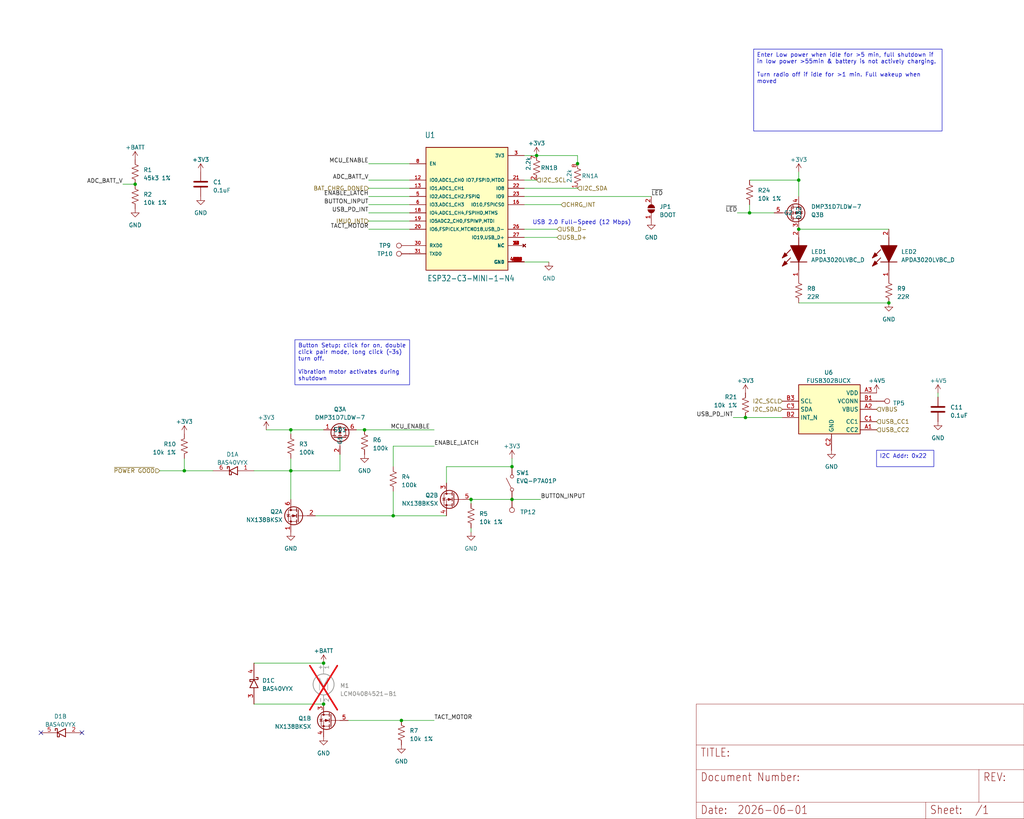
<source format=kicad_sch>
(kicad_sch (version 20231120) (generator "eeschema") (generator_version "8.0")
  (paper "User" 317.5 254.051)
  (lib_symbols
    (symbol "+3V3_1" (power) (pin_names (offset 0))
      (property "Value" "+3V3_1" (at -2.54 3.81 0))
      (symbol "+3V3_1_1_1"
        (pin power_in line (at 0 0 90) (length 0) hide (name "+4V4") (number "1"))
      )
    )
    (symbol "Connector:TestPoint" (pin_numbers hide) (pin_names (offset 0.762) hide)
      (property "Reference" "TP" (at 0 6.858 0))
      (property "Value" "TestPoint" (at 0 5.08 0))
      (symbol "TestPoint_1_1"
        (pin passive line (at 0 0 90) (length 2.54) (name "1") (number "1"))
      )
    )
    (symbol "Device:C" (pin_numbers hide) (pin_names (offset 0.254))
      (property "Reference" "C" (at 0.635 2.54 0))
      (property "Value" "C" (at 0.635 -2.54 0))
      (symbol "C_1_1"
        (pin passive line (at 0 3.81 270) (length 2.794) (name "~") (number "1"))
        (pin passive line (at 0 -3.81 90) (length 2.794) (name "~") (number "2"))
      )
    )
    (symbol "Device:R_US" (pin_numbers hide) (pin_names (offset 0))
      (property "Reference" "R" (at 2.54 0 90))
      (property "Value" "R_US" (at -2.54 0 90))
      (symbol "R_US_1_1"
        (pin passive line (at 0 3.81 270) (length 1.27) (name "~") (number "1"))
        (pin passive line (at 0 -3.81 90) (length 1.27) (name "~") (number "2"))
      )
    )
    (symbol "Eros Tracker-eagle-import:FRAME_A_L"
      (symbol "FRAME_A_L_1_0"
        (text "1" (at 23.2833 213.995 0) (effects (font (size 2.54 2.286))))
        (text "2" (at 69.85 213.995 0) (effects (font (size 2.54 2.286))))
        (text "3" (at 116.4167 213.995 0) (effects (font (size 2.54 2.286))))
        (text "4" (at 162.9833 213.995 0) (effects (font (size 2.54 2.286))))
        (text "5" (at 209.55 213.995 0) (effects (font (size 2.54 2.286))))
        (text "6" (at 256.1167 213.995 0) (effects (font (size 2.54 2.286))))
        (text "A" (at 1.905 194.31 0) (effects (font (size 2.54 2.286))))
        (text "A" (at 277.495 194.31 0) (effects (font (size 2.54 2.286))))
        (text "B" (at 1.905 151.13 0) (effects (font (size 2.54 2.286))))
        (text "B" (at 277.495 151.13 0) (effects (font (size 2.54 2.286))))
        (text "C" (at 1.905 107.95 0) (effects (font (size 2.54 2.286))))
        (text "C" (at 277.495 107.95 0) (effects (font (size 2.54 2.286))))
        (text "D" (at 1.905 64.77 0) (effects (font (size 2.54 2.286))))
        (text "D" (at 277.495 64.77 0) (effects (font (size 2.54 2.286))))
        (text "E" (at 1.905 21.59 0) (effects (font (size 2.54 2.286))))
        (text "E" (at 277.495 21.59 0) (effects (font (size 2.54 2.286))))
      )
      (symbol "FRAME_A_L_2_0"
        (text "${#}/${##}" (at 86.36 1.27 0) (effects (font (size 2.54 2.159)) (justify left bottom)))
        (text "${CURRENT_DATE}" (at 12.7 1.27 0) (effects (font (size 2.54 2.159)) (justify left bottom)))
        (text "${PROJECTNAME}" (at 17.78 19.05 0) (effects (font (size 2.54 2.159)) (justify left bottom)))
        (text "Date:" (at 1.27 1.27 0) (effects (font (size 2.54 2.159)) (justify left bottom)))
        (text "Document Number:" (at 1.27 11.43 0) (effects (font (size 2.54 2.159)) (justify left bottom)))
        (text "REV:" (at 88.9 11.43 0) (effects (font (size 2.54 2.159)) (justify left bottom)))
        (text "Sheet:" (at 72.39 1.27 0) (effects (font (size 2.54 2.159)) (justify left bottom)))
        (text "TITLE:" (at 1.27 19.05 0) (effects (font (size 2.54 2.159)) (justify left bottom)))
      )
    )
    (symbol "Eros Tracker:APDA3020LVBC_D" (pin_names hide)
      (property "Reference" "LED" (at 12.7 8.89 0))
      (property "Value" "APDA3020LVBC_D" (at 12.7 6.35 0))
      (symbol "APDA3020LVBC_D_1_1"
        (pin passive line (at 0 0 0) (length 2.54) (name "K") (number "1"))
        (pin passive line (at 15.24 0 180) (length 2.54) (name "A") (number "2"))
      )
    )
    (symbol "Eros Tracker:BAS40VYX" (pin_names hide)
      (property "Reference" "D" (at 4.445 6.35 0))
      (property "Value" "BAS40VYX" (at 4.445 3.81 0))
      (symbol "BAS40VYX_1_1"
        (pin passive line (at 0 0 0) (length 5.08) (name "A1") (number "1"))
        (pin passive line (at 12.7 0 180) (length 5.08) (name "K1") (number "6"))
      )
      (symbol "BAS40VYX_2_1"
        (pin passive line (at 0 0 0) (length 5.08) (name "A2") (number "2"))
        (pin passive line (at 12.7 0 180) (length 5.08) (name "K2") (number "5"))
      )
      (symbol "BAS40VYX_3_1"
        (pin passive line (at 0 0 0) (length 5.08) (name "A3") (number "3"))
        (pin passive line (at 12.7 0 180) (length 5.08) (name "K3") (number "4"))
      )
    )
    (symbol "Eros Tracker:CAY10-xxxJ4"
      (property "Reference" "RN" (at 2.921 2.921 0))
      (symbol "CAY10-xxxJ4_1_1"
        (pin passive line (at 0 0 0) (length 1.27) (name "~") (number "1"))
        (pin passive line (at 7.65 0 180) (length 1.27) (name "~") (number "8"))
      )
      (symbol "CAY10-xxxJ4_2_1"
        (pin passive line (at 0 0 0) (length 1.27) (name "~") (number "2"))
        (pin passive line (at 7.65 0 180) (length 1.27) (name "~") (number "7"))
      )
      (symbol "CAY10-xxxJ4_3_1"
        (pin passive line (at 0 0 0) (length 1.27) (name "~") (number "3"))
        (pin passive line (at 7.65 0 180) (length 1.27) (name "~") (number "6"))
      )
      (symbol "CAY10-xxxJ4_4_1"
        (pin passive line (at 0 0 0) (length 1.27) (name "~") (number "4"))
        (pin passive line (at 7.65 0 180) (length 1.27) (name "~") (number "5"))
      )
    )
    (symbol "Eros Tracker:DMP31D7LDW-7"
      (property "Reference" "Q" (at 2.54 7.62 0))
      (property "Value" "DMP31D7LDW-7" (at 2.54 5.08 0))
      (symbol "DMP31D7LDW-7_1_1"
        (pin passive line (at 0 -5.08 90) (length 2.54) (name "S1") (number "1"))
        (pin passive line (at -7.62 0 0) (length 2.54) (name "G1") (number "2"))
        (pin passive line (at 0 5.08 270) (length 2.54) (name "D1") (number "6"))
      )
      (symbol "DMP31D7LDW-7_2_1"
        (pin passive line (at 0 5.08 270) (length 2.54) (name "D2") (number "3"))
        (pin passive line (at 0 -5.08 90) (length 2.54) (name "S2") (number "4"))
        (pin passive line (at -7.62 0 0) (length 2.54) (name "G2") (number "5"))
      )
    )
    (symbol "Eros Tracker:ESP32-C3-MINI-1-N4" (pin_names (offset 1.016))
      (property "Reference" "U" (at -12.7 18.796 0))
      (property "Value" "ESP32-C3-MINI-1-N4" (at -12.7 -22.86 0))
      (symbol "ESP32-C3-MINI-1-N4_0_0"
        (pin power_in line (at 17.78 -17.78 180) (length 5.08) (name "GND") (number "1"))
        (pin no_connect line (at 17.78 -12.7 180) (length 5.08) (name "NC") (number "10"))
        (pin power_in line (at 17.78 -17.78 180) (length 5.08) (name "GND") (number "11"))
        (pin bidirectional line (at -17.78 7.62 0) (length 5.08) (name "IO0,ADC1_CH0") (number "12"))
        (pin bidirectional line (at -17.78 5.08 0) (length 5.08) (name "IO1,ADC1_CH1") (number "13"))
        (pin power_in line (at 17.78 -17.78 180) (length 5.08) (name "GND") (number "14"))
        (pin no_connect line (at 17.78 -12.7 180) (length 5.08) (name "NC") (number "15"))
        (pin bidirectional line (at 17.78 0 180) (length 5.08) (name "IO10,FSPICS0") (number "16"))
        (pin no_connect line (at 17.78 -12.7 180) (length 5.08) (name "NC") (number "17"))
        (pin bidirectional line (at -17.78 -2.54 0) (length 5.08) (name "IO4,ADC1_CH4,FSPIHD,MTMS") (number "18"))
        (pin bidirectional line (at -17.78 -5.08 0) (length 5.08) (name "IO5ADC2_CH0,FSPIWP,MTDI") (number "19"))
        (pin power_in line (at 17.78 -17.78 180) (length 5.08) (name "GND") (number "2"))
        (pin bidirectional line (at -17.78 -7.62 0) (length 5.08) (name "IO6,FSPICLK,MTCK") (number "20"))
        (pin bidirectional line (at 17.78 7.62 180) (length 5.08) (name "IO7,FSPID,MTDO") (number "21"))
        (pin bidirectional line (at 17.78 5.08 180) (length 5.08) (name "IO8") (number "22"))
        (pin bidirectional line (at 17.78 2.54 180) (length 5.08) (name "IO9") (number "23"))
        (pin no_connect line (at 17.78 -12.7 180) (length 5.08) (name "NC") (number "24"))
        (pin no_connect line (at 17.78 -12.7 180) (length 5.08) (name "NC") (number "25"))
        (pin bidirectional line (at 17.78 -7.62 180) (length 5.08) (name "IO18,USB_D-") (number "26"))
        (pin bidirectional line (at 17.78 -10.16 180) (length 5.08) (name "IO19,USB_D+") (number "27"))
        (pin no_connect line (at 17.78 -12.7 180) (length 5.08) (name "NC") (number "28"))
        (pin no_connect line (at 17.78 -12.7 180) (length 5.08) (name "NC") (number "29"))
        (pin power_in line (at 17.78 15.24 180) (length 5.08) (name "3V3") (number "3"))
        (pin bidirectional line (at -17.78 -12.7 0) (length 5.08) (name "RXD0") (number "30"))
        (pin bidirectional line (at -17.78 -15.24 0) (length 5.08) (name "TXD0") (number "31"))
        (pin no_connect line (at 17.78 -12.7 180) (length 5.08) (name "NC") (number "32"))
        (pin no_connect line (at 17.78 -12.7 180) (length 5.08) (name "NC") (number "33"))
        (pin no_connect line (at 17.78 -12.7 180) (length 5.08) (name "NC") (number "34"))
        (pin no_connect line (at 17.78 -12.7 180) (length 5.08) (name "NC") (number "35"))
        (pin power_in line (at 17.78 -17.78 180) (length 5.08) (name "GND") (number "36"))
        (pin power_in line (at 17.78 -17.78 180) (length 5.08) (name "GND") (number "37"))
        (pin power_in line (at 17.78 -17.78 180) (length 5.08) (name "GND") (number "38"))
        (pin power_in line (at 17.78 -17.78 180) (length 5.08) (name "GND") (number "39"))
        (pin no_connect line (at 17.78 -12.7 180) (length 5.08) (name "NC") (number "4"))
        (pin power_in line (at 17.78 -17.78 180) (length 5.08) (name "GND") (number "40"))
        (pin power_in line (at 17.78 -17.78 180) (length 5.08) (name "GND") (number "41"))
        (pin power_in line (at 17.78 -17.78 180) (length 5.08) (name "GND") (number "42"))
        (pin power_in line (at 17.78 -17.78 180) (length 5.08) (name "GND") (number "43"))
        (pin power_in line (at 17.78 -17.78 180) (length 5.08) (name "GND") (number "44"))
        (pin power_in line (at 17.78 -17.78 180) (length 5.08) (name "GND") (number "45"))
        (pin power_in line (at 17.78 -17.78 180) (length 5.08) (name "GND") (number "46"))
        (pin power_in line (at 17.78 -17.78 180) (length 5.08) (name "GND") (number "47"))
        (pin power_in line (at 17.78 -17.78 180) (length 5.08) (name "GND") (number "48"))
        (pin power_in line (at 17.78 -17.78 180) (length 5.08) (name "GND") (number "49_1"))
        (pin power_in line (at 17.78 -17.78 180) (length 5.08) (name "GND") (number "49_2"))
        (pin power_in line (at 17.78 -17.78 180) (length 5.08) (name "GND") (number "49_3"))
        (pin power_in line (at 17.78 -17.78 180) (length 5.08) (name "GND") (number "49_4"))
        (pin power_in line (at 17.78 -17.78 180) (length 5.08) (name "GND") (number "49_5"))
        (pin power_in line (at 17.78 -17.78 180) (length 5.08) (name "GND") (number "49_6"))
        (pin power_in line (at 17.78 -17.78 180) (length 5.08) (name "GND") (number "49_7"))
        (pin power_in line (at 17.78 -17.78 180) (length 5.08) (name "GND") (number "49_8"))
        (pin power_in line (at 17.78 -17.78 180) (length 5.08) (name "GND") (number "49_9"))
        (pin bidirectional line (at -17.78 2.54 0) (length 5.08) (name "IO2,ADC1_CH2,FSPIQ") (number "5"))
        (pin power_in line (at 17.78 -17.78 180) (length 5.08) (name "GND") (number "50"))
        (pin power_in line (at 17.78 -17.78 180) (length 5.08) (name "GND") (number "51"))
        (pin power_in line (at 17.78 -17.78 180) (length 5.08) (name "GND") (number "52"))
        (pin power_in line (at 17.78 -17.78 180) (length 5.08) (name "GND") (number "53"))
        (pin bidirectional line (at -17.78 0 0) (length 5.08) (name "IO3,ADC1_CH3") (number "6"))
        (pin no_connect line (at 17.78 -12.7 180) (length 5.08) (name "NC") (number "7"))
        (pin input line (at -17.78 12.7 0) (length 5.08) (name "EN") (number "8"))
        (pin no_connect line (at 17.78 -12.7 180) (length 5.08) (name "NC") (number "9"))
      )
    )
    (symbol "Eros Tracker:EVQ-P7A01P" (pin_numbers hide) (pin_names hide)
      (property "Reference" "SW" (at 2.54 7.62 0))
      (property "Value" "EVQ-P7A01P" (at 2.54 5.08 0))
      (symbol "EVQ-P7A01P_1_1"
        (pin passive line (at 0 0 0) (length 2.54) (name "NO_1") (number "1"))
        (pin passive line (at 0 0 0) (length 2.54) hide (name "NO_2") (number "2"))
        (pin passive line (at 10.16 0 180) (length 2.54) hide (name "COM_2") (number "3"))
        (pin passive line (at 10.16 0 180) (length 2.54) (name "COM_1") (number "4"))
      )
    )
    (symbol "Eros Tracker:FUSB302BUCX"
      (property "Reference" "U" (at 24.13 7.62 0))
      (property "Value" "FUSB302BUCX" (at 24.13 5.08 0))
      (symbol "FUSB302BUCX_1_1"
        (pin passive line (at 0 -11.43 0) (length 5.08) (name "CC2") (number "A1"))
        (pin passive line (at 0 -5.08 0) (length 5.08) (name "VBUS") (number "A2"))
        (pin passive line (at 0 0 0) (length 5.08) (name "VDD") (number "A3"))
        (pin passive line (at 0 -2.54 0) (length 5.08) (name "VCONN") (number "B1"))
        (pin passive line (at 29.21 -7.62 180) (length 5.08) (name "INT_N") (number "B2"))
        (pin passive line (at 29.21 -2.54 180) (length 5.08) (name "SCL") (number "B3"))
        (pin passive line (at 0 -8.89 0) (length 5.08) (name "CC1") (number "C1"))
        (pin passive line (at 13.97 -17.78 90) (length 5.08) (name "GND") (number "C2"))
        (pin passive line (at 29.21 -5.08 180) (length 5.08) (name "SDA") (number "C3"))
      )
    )
    (symbol "Eros Tracker:NX138BKSX" (pin_names hide)
      (property "Reference" "Q" (at 2.54 5.588 0))
      (property "Value" "NX138BKSX" (at 3.81 3.556 0))
      (symbol "NX138BKSX_1_1"
        (pin passive line (at 0 -5.08 90) (length 2.54) (name "S1") (number "1"))
        (pin input line (at -7.62 0 0) (length 2.54) (name "G1") (number "2"))
        (pin passive line (at 0 5.08 270) (length 2.54) (name "D1") (number "6"))
      )
      (symbol "NX138BKSX_2_1"
        (pin passive line (at 0 5.08 270) (length 2.54) (name "D2") (number "3"))
        (pin passive line (at 0 -5.08 90) (length 2.54) (name "S2") (number "4"))
        (pin input line (at -7.62 0 0) (length 2.54) (name "G2") (number "5"))
      )
    )
    (symbol "Jumper:SolderJumper_2_Open" (pin_names (offset 0) hide)
      (property "Reference" "JP" (at 0 2.032 0))
      (property "Value" "SolderJumper_2_Open" (at 0 -2.54 0))
      (symbol "SolderJumper_2_Open_1_1"
        (pin passive line (at -3.81 0 0) (length 2.54) (name "A") (number "1"))
        (pin passive line (at 3.81 0 180) (length 2.54) (name "B") (number "2"))
      )
    )
    (symbol "Motor:Motor_DC" (pin_names (offset 0))
      (property "Reference" "M" (at 2.54 2.54 0))
      (property "Value" "Motor_DC" (at 2.54 -5.08 0))
      (symbol "Motor_DC_1_1"
        (pin passive line (at 0 5.08 270) (length 2.54) (name "+") (number "1"))
        (pin passive line (at 0 -7.62 90) (length 2.54) (name "-") (number "2"))
      )
    )
    (symbol "power:+3V3" (power) (pin_names (offset 0))
      (property "Value" "+3V3" (at 0 3.556 0))
      (symbol "+3V3_1_1"
        (pin power_in line (at 0 0 90) (length 0) hide (name "+3V3") (number "1"))
      )
    )
    (symbol "power:+BATT" (power) (pin_names (offset 0))
      (property "Value" "+BATT" (at 0 3.556 0))
      (symbol "+BATT_1_1"
        (pin power_in line (at 0 0 90) (length 0) hide (name "+BATT") (number "1"))
      )
    )
    (symbol "power:GND" (power) (pin_names (offset 0))
      (property "Value" "GND" (at 0 -3.81 0))
      (symbol "GND_1_1"
        (pin power_in line (at 0 0 270) (length 0) hide (name "GND") (number "1"))
      )
    )
  )
  (junction (at 57.15 146.05))
  (junction (at 121.92 160.02))
  (junction (at 179.07 50.77))
  (junction (at 275.59 93.98))
  (junction (at 146.05 154.94))
  (junction (at 232.41 66.04))
  (junction (at 90.17 146.05))
  (junction (at 166.37 48.26))
  (junction (at 158.75 144.78))
  (junction (at 41.91 57.15))
  (junction (at 124.46 223.52))
  (junction (at 100.33 218.44))
  (junction (at 90.17 133.35))
  (junction (at 231.14 129.54))
  (junction (at 247.65 55.88))
  (junction (at 113.03 133.35))
  (junction (at 100.33 205.74))
  (junction (at 158.75 154.94))
  (junction (at 247.65 71.12))
  (no_connect (at 12.7 227.33))
  (no_connect (at 25.4 227.33))
  (wire (pts (xy 247.65 71.12) (xy 275.59 71.12)))
  (wire (pts (xy 114.3 63.5) (xy 127 63.5)))
  (wire (pts (xy 121.92 138.43) (xy 134.62 138.43)))
  (wire (pts (xy 232.41 66.04) (xy 240.03 66.04)))
  (wire (pts (xy 138.43 144.78) (xy 138.43 149.86)))
  (wire (pts (xy 170.18 81.28) (xy 162.56 81.28)))
  (wire (pts (xy 114.3 50.8) (xy 127 50.8)))
  (wire (pts (xy 162.56 71.12) (xy 172.72 71.12)))
  (wire (pts (xy 90.17 133.35) (xy 100.33 133.35)))
  (wire (pts (xy 90.17 134.62) (xy 90.17 133.35)))
  (wire (pts (xy 166.37 48.26) (xy 179.07 48.26)))
  (wire (pts (xy 232.41 55.88) (xy 247.65 55.88)))
  (wire (pts (xy 105.41 140.97) (xy 105.41 146.05)))
  (wire (pts (xy 247.65 55.88) (xy 247.65 60.96)))
  (wire (pts (xy 114.3 60.96) (xy 127 60.96)))
  (wire (pts (xy 57.15 146.05) (xy 66.04 146.05)))
  (wire (pts (xy 105.41 146.05) (xy 90.17 146.05)))
  (wire (pts (xy 162.56 60.96) (xy 201.93 60.96)))
  (wire (pts (xy 138.43 144.78) (xy 158.75 144.78)))
  (wire (pts (xy 114.3 66.04) (xy 127 66.04)))
  (wire (pts (xy 114.3 71.12) (xy 127 71.12)))
  (wire (pts (xy 134.62 223.52) (xy 124.46 223.52)))
  (wire (pts (xy 146.05 154.94) (xy 158.75 154.94)))
  (wire (pts (xy 146.05 163.83) (xy 146.05 165.1)))
  (wire (pts (xy 110.49 133.35) (xy 113.03 133.35)))
  (wire (pts (xy 231.14 129.54) (xy 242.57 129.54)))
  (wire (pts (xy 90.17 142.24) (xy 90.17 146.05)))
  (wire (pts (xy 162.56 58.42) (xy 179.07 58.42)))
  (wire (pts (xy 166.37 48.23) (xy 166.37 48.26)))
  (wire (pts (xy 232.41 63.5) (xy 232.41 66.04)))
  (wire (pts (xy 114.3 68.58) (xy 127 68.58)))
  (wire (pts (xy 227.33 129.54) (xy 231.14 129.54)))
  (wire (pts (xy 78.74 218.44) (xy 100.33 218.44)))
  (wire (pts (xy 247.65 53.34) (xy 247.65 55.88)))
  (wire (pts (xy 49.53 146.05) (xy 57.15 146.05)))
  (wire (pts (xy 162.56 48.26) (xy 166.37 48.26)))
  (wire (pts (xy 78.74 205.74) (xy 100.33 205.74)))
  (wire (pts (xy 82.55 133.35) (xy 90.17 133.35)))
  (wire (pts (xy 124.46 223.52) (xy 107.95 223.52)))
  (wire (pts (xy 162.56 55.88) (xy 166.37 55.88)))
  (wire (pts (xy 179.07 50.77) (xy 179.07 50.8)))
  (wire (pts (xy 228.6 66.04) (xy 232.41 66.04)))
  (wire (pts (xy 113.03 133.35) (xy 134.62 133.35)))
  (wire (pts (xy 158.75 142.24) (xy 158.75 144.78)))
  (wire (pts (xy 121.92 138.43) (xy 121.92 144.78)))
  (wire (pts (xy 57.15 142.24) (xy 57.15 146.05)))
  (wire (pts (xy 158.75 154.94) (xy 167.64 154.94)))
  (wire (pts (xy 173.99 63.5) (xy 162.56 63.5)))
  (wire (pts (xy 121.92 160.02) (xy 138.43 160.02)))
  (wire (pts (xy 114.3 58.42) (xy 127 58.42)))
  (wire (pts (xy 247.65 93.98) (xy 275.59 93.98)))
  (wire (pts (xy 90.17 146.05) (xy 90.17 154.94)))
  (wire (pts (xy 97.79 160.02) (xy 121.92 160.02)))
  (wire (pts (xy 78.74 146.05) (xy 90.17 146.05)))
  (wire (pts (xy 146.05 156.21) (xy 146.05 154.94)))
  (wire (pts (xy 290.83 123.19) (xy 290.83 121.92)))
  (wire (pts (xy 162.56 73.66) (xy 172.72 73.66)))
  (wire (pts (xy 121.92 152.4) (xy 121.92 160.02)))
  (wire (pts (xy 114.3 55.88) (xy 127 55.88)))
  (wire (pts (xy 38.1 57.15) (xy 41.91 57.15)))
  (wire (pts (xy 179.07 48.26) (xy 179.07 50.77)))
  (text_box "Button Setup: click for on, double click pair mode, long click (~3s) turn off.\n\nVibration motor activates during shutdown\n" (at 91.44 105.41 0) (size 35.56 13.97) (effects (font (size 1.27 1.27)) (justify left top)))
  (text_box "Enter Low power when idle for >5 min, full shutdown if in low power >55min & battery is not actively charging.\n\nTurn radio off if idle for >1 min. Full wakeup when moved\n\n" (at 233.68 15.24 0) (size 58.42 25.4) (effects (font (size 1.27 1.27)) (justify left top)))
  (text_box "I2C Addr: 0x22" (at 271.78 139.7 0) (size 17.78 5.08) (effects (font (size 1.27 1.27)) (justify left top)))
  (text "USB 2.0 Full-Speed (12 Mbps)" (at 165.1 69.85 0) (effects (font (size 1.27 1.27)) (justify left bottom)))
  (label "BUTTON_INPUT" (at 167.64 154.94 0))
  (label "TACT_MOTOR" (at 114.3 71.12 180))
  (label "ADC_BATT_V" (at 38.1 57.15 180))
  (label "USB_PD_INT" (at 227.33 129.54 180) (property "Intersheetrefs" "${INTERSHEET_REFS}" (effects (hide yes))))
  (label "ENABLE_LATCH" (at 134.62 138.43 0))
  (label "MCU_ENABLE" (at 133.35 133.35 180))
  (label "TACT_MOTOR" (at 134.62 223.52 0))
  (label "BUTTON_INPUT" (at 114.3 63.5 180))
  (label "ENABLE_LATCH" (at 114.3 60.96 180))
  (label "USB_PD_INT" (at 114.3 66.04 180) (property "Intersheetrefs" "${INTERSHEET_REFS}" (effects (hide yes))))
  (label "MCU_ENABLE" (at 114.3 50.8 180))
  (label "~{LED}" (at 201.93 60.96 0) (property "Intersheetrefs" "${INTERSHEET_REFS}" (effects (hide yes))))
  (label "ADC_BATT_V" (at 114.3 55.88 180))
  (label "~{LED}" (at 228.6 66.04 180) (property "Intersheetrefs" "${INTERSHEET_REFS}" (effects (hide yes))))
  (hierarchical_label "I2C_SDA" (shape input) (at 242.57 127 180) (property "Intersheetrefs" "${INTERSHEET_REFS}" (effects (hide yes))))
  (hierarchical_label "USB_D-" (shape input) (at 172.72 71.12 0))
  (hierarchical_label "I2C_SCL" (shape input) (at 166.37 55.88 0) (property "Intersheetrefs" "${INTERSHEET_REFS}" (effects (hide yes))))
  (hierarchical_label "USB_CC1" (shape input) (at 271.78 130.81 0))
  (hierarchical_label "I2C_SCL" (shape input) (at 242.57 124.46 180) (property "Intersheetrefs" "${INTERSHEET_REFS}" (effects (hide yes))))
  (hierarchical_label "CHRG_INT" (shape input) (at 173.99 63.5 0))
  (hierarchical_label "USB_D+" (shape input) (at 172.72 73.66 0))
  (hierarchical_label "~{POWER GOOD}" (shape input) (at 49.53 146.05 180))
  (hierarchical_label "I2C_SDA" (shape input) (at 179.07 58.42 0) (property "Intersheetrefs" "${INTERSHEET_REFS}" (effects (hide yes))))
  (hierarchical_label "IMU0_INT" (shape input) (at 114.3 68.58 180) (property "Intersheetrefs" "${INTERSHEET_REFS}" (effects (hide yes))))
  (hierarchical_label "BAT_CHRG_DONE" (shape input) (at 114.3 58.42 180))
  (hierarchical_label "VBUS" (shape input) (at 271.78 127 0))
  (hierarchical_label "USB_CC2" (shape input) (at 271.78 133.35 0))
  (symbol (lib_id "Connector:TestPoint") (at 127 78.74 90) (unit 1) (in_bom no)
    (property "Reference" "TP10" (at 119.38 78.74 90))
    (property "Value" "TestPoint" (effects (hide yes)))
    (property "Footprint" "TestPoint:TestPoint_Pad_D1.0mm" (effects (hide yes)))
  )
  (symbol (lib_id "Device:R_US") (at 121.92 148.59 0) (unit 1)
    (property "Reference" "R4" (at 124.46 147.955 0) (effects (justify left)))
    (property "Value" "100k" (at 124.46 150.495 0) (effects (justify left)))
    (property "Footprint" "Resistor_SMD:R_0402_1005Metric" (effects (hide yes)))
    (property "Manufacturer_Name" "YAGEO" (effects (hide yes)))
    (property "Manufacturer_Part_Number" "RT0402FRE07100KL" (effects (hide yes)))
    (property "Mouser Part Number" "603-RT0402FRE07100KL" (effects (hide yes)))
    (property "Mouser Price/Stock" "https://www.mouser.com/ProductDetail/YAGEO/RT0402FRE07100KL?qs=BXCcY9r%252B08CxTvf5JB1kiw%3D%3D" (effects (hide yes)))
  )
  (symbol (lib_id "Device:C") (at 62.23 57.15 0) (unit 1)
    (property "Reference" "C1" (at 66.04 56.515 0) (effects (justify left)))
    (property "Value" "0.1uF" (at 66.04 59.055 0) (effects (justify left)))
    (property "Footprint" "Capacitor_SMD:C_0402_1005Metric" (effects (hide yes)))
    (property "Datasheet" "https://www.mouser.com/datasheet/2/585/MLCC-1837944.pdf" (effects (hide yes)))
    (property "Manufacturer_Name" "Samsung" (effects (hide yes)))
    (property "Manufacturer_Part_Number" "CL05B104KA5NNNC" (effects (hide yes)))
    (property "Mouser Part Number" "187-CL05B104KA5NNNC" (effects (hide yes)))
    (property "Mouser Price/Stock" "https://www.mouser.com/ProductDetail/Samsung-Electro-Mechanics/CL05B104KA5NNNC?qs=Efv9o2T6U88DLyyMSzjXSQ%3D%3D" (effects (hide yes)))
  )
  (symbol (lib_id "power:GND") (at 290.83 130.81 0) (unit 1)
    (property "Reference" "#PWR063" (effects (hide yes)))
    (property "Value" "GND" (at 290.83 135.89 0))
  )
  (symbol (lib_id "Jumper:SolderJumper_2_Open") (at 201.93 64.77 90) (unit 1) (in_bom no)
    (property "Reference" "JP1" (at 204.47 64.135 90) (effects (justify right)))
    (property "Value" "BOOT" (at 204.47 66.675 90) (effects (justify right)))
    (property "Footprint" "Jumper:SolderJumper-2_P1.3mm_Open_RoundedPad1.0x1.5mm" (effects (hide yes)))
    (property "Manufacturer_Name" "Total Element" (effects (hide yes)))
  )
  (symbol (lib_name "+3V3_1") (lib_id "power:+3V3") (at 290.83 121.92 0) (unit 1)
    (property "Reference" "#PWR061" (effects (hide yes)))
    (property "Value" "+4V5" (at 288.29 118.11 0) (effects (justify left)))
  )
  (symbol (lib_id "Motor:Motor_DC") (at 100.33 210.82 0) (unit 1) (in_bom no) (dnp yes)
    (property "Reference" "M1" (at 105.41 212.725 0) (effects (justify left)))
    (property "Value" "LCM04084521-B1" (at 105.41 215.265 0) (effects (justify left)))
    (property "Footprint" "Eros Tracker:LCM04084521-B1" (effects (hide yes)))
  )
  (symbol (lib_id "Connector:TestPoint") (at 158.75 154.94 180) (unit 1) (in_bom no)
    (property "Reference" "TP12" (at 161.29 158.877 0) (effects (justify right)))
    (property "Value" "TestPoint" (effects (hide yes)))
    (property "Footprint" "TestPoint:TestPoint_Pad_D1.0mm" (effects (hide yes)))
  )
  (symbol (lib_id "Eros Tracker:DMP31D7LDW-7") (at 105.41 133.35 270) (mirror x) (unit 1)
    (property "Reference" "Q3" (at 105.41 127 90))
    (property "Value" "DMP31D7LDW-7" (at 105.41 129.54 90))
    (property "Footprint" "Eros Tracker:SOT65P210X110-6N" (effects (hide yes)))
    (property "Datasheet" "https://www.mouser.com/datasheet/2/115/DIOD_S_A0009645172_1-2543215.pdf" (effects (hide yes)))
    (property "Height" "1.1" (effects (hide yes)))
    (property "Mouser Part Number" "621-DMP31D7LDW-7" (effects (hide yes)))
    (property "Mouser Price/Stock" "https://www.mouser.co.uk/ProductDetail/Diodes-Incorporated/DMP31D7LDW-7?qs=PzGy0jfpSMsBOiHgDjEvRQ%3D%3D" (effects (hide yes)))
    (property "Manufacturer_Name" "Diodes Inc." (effects (hide yes)))
    (property "Manufacturer_Part_Number" "DMP31D7LDW-7" (effects (hide yes)))
  )
  (symbol (lib_id "Eros Tracker:DMP31D7LDW-7") (at 247.65 66.04 0) (mirror x) (unit 2)
    (property "Reference" "Q3" (at 251.46 66.675 0) (effects (justify left)))
    (property "Value" "DMP31D7LDW-7" (at 251.46 64.135 0) (effects (justify left)))
    (property "Footprint" "Eros Tracker:SOT65P210X110-6N" (effects (hide yes)))
    (property "Datasheet" "https://www.mouser.com/datasheet/2/115/DIOD_S_A0009645172_1-2543215.pdf" (effects (hide yes)))
    (property "Height" "1.1" (effects (hide yes)))
    (property "Mouser Part Number" "621-DMP31D7LDW-7" (effects (hide yes)))
    (property "Mouser Price/Stock" "https://www.mouser.co.uk/ProductDetail/Diodes-Incorporated/DMP31D7LDW-7?qs=PzGy0jfpSMsBOiHgDjEvRQ%3D%3D" (effects (hide yes)))
    (property "Manufacturer_Name" "Diodes Inc." (effects (hide yes)))
    (property "Manufacturer_Part_Number" "DMP31D7LDW-7" (effects (hide yes)))
  )
  (symbol (lib_id "Eros Tracker:NX138BKSX") (at 138.43 154.94 0) (mirror y) (unit 2)
    (property "Reference" "Q2" (at 135.89 153.67 0) (effects (justify left)))
    (property "Value" "NX138BKSX" (at 135.89 156.21 0) (effects (justify left)))
    (property "Footprint" "Eros Tracker:SOT65P210X110-6N" (effects (hide yes)))
    (property "Datasheet" "https://assets.nexperia.com/documents/data-sheet/NX138BKS.pdf" (effects (hide yes)))
    (property "Height" "1.1" (effects (hide yes)))
    (property "Mouser Part Number" "771-NX138BKSX" (effects (hide yes)))
    (property "Mouser Price/Stock" "https://www.mouser.co.uk/ProductDetail/Nexperia/NX138BKSX?qs=1fQ7IOp4WrgA%2FWbRCM6BQA%3D%3D" (effects (hide yes)))
    (property "Manufacturer_Name" "Nexperia" (effects (hide yes)))
    (property "Manufacturer_Part_Number" "NX138BKSX" (effects (hide yes)))
  )
  (symbol (lib_id "power:+3V3") (at 57.15 134.62 0) (unit 1)
    (property "Reference" "#PWR028" (effects (hide yes)))
    (property "Value" "+3V3" (at 57.15 130.81 0))
  )
  (symbol (lib_id "Device:R_US") (at 41.91 60.96 0) (unit 1)
    (property "Reference" "R2" (at 44.45 60.325 0) (effects (justify left)))
    (property "Value" "10k 1%" (at 44.45 62.865 0) (effects (justify left)))
    (property "Footprint" "Resistor_SMD:R_0402_1005Metric" (effects (hide yes)))
    (property "Manufacturer_Name" "YAGEO" (effects (hide yes)))
    (property "Manufacturer_Part_Number" "RT0402FRE0710KL" (effects (hide yes)))
    (property "Mouser Part Number" "603-RT0402FRE0710KL" (effects (hide yes)))
    (property "Mouser Price/Stock" "https://www.mouser.com/ProductDetail/YAGEO/RT0402FRE0710KL?qs=BXCcY9r%252B08Amup7nMFKW1g%3D%3D" (effects (hide yes)))
  )
  (symbol (lib_id "Eros Tracker:BAS40VYX") (at 78.74 146.05 180) (unit 1)
    (property "Reference" "D1" (at 72.0725 140.97 0))
    (property "Value" "BAS40VYX" (at 72.0725 143.51 0))
    (property "Footprint" "Eros Tracker:SOT65P210X110-6N" (effects (hide yes)))
    (property "Datasheet" "https://assets.nexperia.com/documents/data-sheet/BAS40VY.pdf" (effects (hide yes)))
    (property "Height" "1.1" (effects (hide yes)))
    (property "Manufacturer_Name" "Nexperia" (effects (hide yes)))
    (property "Manufacturer_Part_Number" "BAS40VYX" (effects (hide yes)))
  )
  (symbol (lib_id "Eros Tracker-eagle-import:FRAME_A_L") (at 215.9 254 0) (unit 2)
    (property "Reference" "#FRAME1" (effects (hide yes)))
    (property "Value" "FRAME_A_L" (effects (hide yes)))
  )
  (symbol (lib_id "power:+3V3") (at 62.23 53.34 0) (unit 1)
    (property "Reference" "#PWR02" (effects (hide yes)))
    (property "Value" "+3V3" (at 62.23 49.53 0))
  )
  (symbol (lib_id "power:+BATT") (at 100.33 205.74 0) (unit 1)
    (property "Reference" "#PWR09" (effects (hide yes)))
    (property "Value" "+BATT" (at 100.33 201.93 0))
  )
  (symbol (lib_id "Eros Tracker:FUSB302BUCX") (at 271.78 121.92 0) (mirror y) (unit 1)
    (property "Reference" "U6" (at 256.921 115.57 0))
    (property "Value" "FUSB302BUCX" (at 256.921 118.11 0))
    (property "Footprint" "Eros Tracker:BGA9C40P3X3_122X126X53" (effects (hide yes)))
    (property "Datasheet" "http://www.onsemi.com/pub/Collateral/FUSB302B-D.PDF" (effects (hide yes)))
    (property "Height" "0.526" (effects (hide yes)))
    (property "Mouser Part Number" "512-FUSB302BUCX" (effects (hide yes)))
    (property "Mouser Price/Stock" "https://www.mouser.co.uk/ProductDetail/onsemi-Fairchild/FUSB302BUCX?qs=Qyx3PVvfm65SQOjfRsFQ7Q%3D%3D" (effects (hide yes)))
    (property "Manufacturer_Name" "onsemi" (effects (hide yes)))
    (property "Manufacturer_Part_Number" "FUSB302BUCX" (effects (hide yes)))
  )
  (symbol (lib_id "Eros Tracker:BAS40VYX") (at 25.4 227.33 180) (unit 2)
    (property "Reference" "D1" (at 18.7325 222.25 0))
    (property "Value" "BAS40VYX" (at 18.7325 224.79 0))
    (property "Footprint" "Eros Tracker:SOT65P210X110-6N" (effects (hide yes)))
    (property "Datasheet" "https://assets.nexperia.com/documents/data-sheet/BAS40VY.pdf" (effects (hide yes)))
    (property "Height" "1.1" (effects (hide yes)))
    (property "Manufacturer_Name" "Nexperia" (effects (hide yes)))
    (property "Manufacturer_Part_Number" "BAS40VYX" (effects (hide yes)))
  )
  (symbol (lib_id "power:GND") (at 100.33 228.6 0) (unit 1)
    (property "Reference" "#PWR010" (effects (hide yes)))
    (property "Value" "GND" (at 100.33 233.68 0))
  )
  (symbol (lib_id "power:GND") (at 90.17 165.1 0) (unit 1)
    (property "Reference" "#PWR08" (effects (hide yes)))
    (property "Value" "GND" (at 90.17 170.18 0))
  )
  (symbol (lib_id "Eros Tracker:NX138BKSX") (at 100.33 223.52 0) (mirror y) (unit 2)
    (property "Reference" "Q1" (at 96.52 222.885 0) (effects (justify left)))
    (property "Value" "NX138BKSX" (at 96.52 225.425 0) (effects (justify left)))
    (property "Footprint" "Eros Tracker:SOT65P210X110-6N" (effects (hide yes)))
    (property "Datasheet" "https://assets.nexperia.com/documents/data-sheet/NX138BKS.pdf" (effects (hide yes)))
    (property "Height" "1.1" (effects (hide yes)))
    (property "Mouser Part Number" "771-NX138BKSX" (effects (hide yes)))
    (property "Mouser Price/Stock" "https://www.mouser.co.uk/ProductDetail/Nexperia/NX138BKSX?qs=1fQ7IOp4WrgA%2FWbRCM6BQA%3D%3D" (effects (hide yes)))
    (property "Manufacturer_Name" "Nexperia" (effects (hide yes)))
    (property "Manufacturer_Part_Number" "NX138BKSX" (effects (hide yes)))
  )
  (symbol (lib_id "Device:R_US") (at 247.65 90.17 0) (unit 1)
    (property "Reference" "R8" (at 250.19 89.535 0) (effects (justify left)))
    (property "Value" "22R" (at 250.19 92.075 0) (effects (justify left)))
    (property "Footprint" "Resistor_SMD:R_0402_1005Metric" (effects (hide yes)))
    (property "Manufacturer_Name" "YAGEO" (effects (hide yes)))
    (property "Manufacturer_Part_Number" "RT0402FRE0722RL" (effects (hide yes)))
    (property "Mouser Part Number" "603-RT0402FRE0722RL" (effects (hide yes)))
    (property "Mouser Price/Stock" "https://www.mouser.com/ProductDetail/YAGEO/RT0402FRE0722RL?qs=BXCcY9r%252B08AR6tDwkCsBaQ%3D%3D" (effects (hide yes)))
  )
  (symbol (lib_id "power:GND") (at 41.91 64.77 0) (mirror y) (unit 1)
    (property "Reference" "#PWR06" (effects (hide yes)))
    (property "Value" "GND" (at 41.91 69.85 0))
  )
  (symbol (lib_id "Connector:TestPoint") (at 271.78 124.46 270) (mirror x) (unit 1) (in_bom no)
    (property "Reference" "TP5" (at 276.86 125.095 90) (effects (justify left)))
    (property "Value" "TestPoint" (effects (hide yes)))
    (property "Footprint" "TestPoint:TestPoint_Pad_D1.0mm" (effects (hide yes)))
  )
  (symbol (lib_id "Device:R_US") (at 124.46 227.33 0) (unit 1)
    (property "Reference" "R7" (at 127 226.695 0) (effects (justify left)))
    (property "Value" "10k 1%" (at 127 229.235 0) (effects (justify left)))
    (property "Footprint" "Resistor_SMD:R_0402_1005Metric" (effects (hide yes)))
    (property "Manufacturer_Name" "YAGEO" (effects (hide yes)))
    (property "Manufacturer_Part_Number" "RT0402FRE0710KL" (effects (hide yes)))
    (property "Mouser Part Number" "603-RT0402FRE0710KL" (effects (hide yes)))
    (property "Mouser Price/Stock" "https://www.mouser.com/ProductDetail/YAGEO/RT0402FRE0710KL?qs=BXCcY9r%252B08Amup7nMFKW1g%3D%3D" (effects (hide yes)))
  )
  (symbol (lib_id "Device:R_US") (at 57.15 138.43 0) (mirror y) (unit 1)
    (property "Reference" "R10" (at 54.61 137.795 0) (effects (justify left)))
    (property "Value" "10k 1%" (at 54.61 140.335 0) (effects (justify left)))
    (property "Footprint" "Resistor_SMD:R_0402_1005Metric" (effects (hide yes)))
    (property "Manufacturer_Name" "YAGEO" (effects (hide yes)))
    (property "Manufacturer_Part_Number" "RT0402FRE0710KL" (effects (hide yes)))
    (property "Mouser Part Number" "603-RT0402FRE0710KL" (effects (hide yes)))
    (property "Mouser Price/Stock" "https://www.mouser.com/ProductDetail/YAGEO/RT0402FRE0710KL?qs=BXCcY9r%252B08Amup7nMFKW1g%3D%3D" (effects (hide yes)))
  )
  (symbol (lib_id "Device:R_US") (at 90.17 138.43 0) (unit 1)
    (property "Reference" "R3" (at 92.71 137.795 0) (effects (justify left)))
    (property "Value" "100k" (at 92.71 140.335 0) (effects (justify left)))
    (property "Footprint" "Resistor_SMD:R_0402_1005Metric" (effects (hide yes)))
    (property "Manufacturer_Name" "YAGEO" (effects (hide yes)))
    (property "Manufacturer_Part_Number" "RT0402FRE07100KL" (effects (hide yes)))
    (property "Mouser Part Number" "603-RT0402FRE07100KL" (effects (hide yes)))
    (property "Mouser Price/Stock" "https://www.mouser.com/ProductDetail/YAGEO/RT0402FRE07100KL?qs=BXCcY9r%252B08CxTvf5JB1kiw%3D%3D" (effects (hide yes)))
  )
  (symbol (lib_id "power:+BATT") (at 41.91 49.53 0) (mirror y) (unit 1)
    (property "Reference" "#PWR05" (effects (hide yes)))
    (property "Value" "+BATT" (at 41.91 45.72 0))
  )
  (symbol (lib_id "power:GND") (at 124.46 231.14 0) (unit 1)
    (property "Reference" "#PWR052" (effects (hide yes)))
    (property "Value" "GND" (at 124.46 236.22 0))
  )
  (symbol (lib_id "power:GND") (at 113.03 140.97 0) (unit 1)
    (property "Reference" "#PWR041" (effects (hide yes)))
    (property "Value" "GND" (at 113.03 146.05 0))
  )
  (symbol (lib_id "Device:R_US") (at 231.14 125.73 0) (mirror y) (unit 1)
    (property "Reference" "R21" (at 228.6 123.19 0) (effects (justify left)))
    (property "Value" "10k 1%" (at 228.6 125.73 0) (effects (justify left)))
    (property "Footprint" "Resistor_SMD:R_0402_1005Metric" (effects (hide yes)))
    (property "Manufacturer_Name" "YAGEO" (effects (hide yes)))
    (property "Manufacturer_Part_Number" "RT0402FRE0710KL" (effects (hide yes)))
    (property "Mouser Part Number" "603-RT0402FRE0710KL" (effects (hide yes)))
    (property "Mouser Price/Stock" "https://www.mouser.com/ProductDetail/YAGEO/RT0402FRE0710KL?qs=BXCcY9r%252B08Amup7nMFKW1g%3D%3D" (effects (hide yes)))
  )
  (symbol (lib_id "Device:R_US") (at 232.41 59.69 0) (unit 1)
    (property "Reference" "R24" (at 234.95 59.055 0) (effects (justify left)))
    (property "Value" "10k 1%" (at 234.95 61.595 0) (effects (justify left)))
    (property "Footprint" "Resistor_SMD:R_0402_1005Metric" (effects (hide yes)))
    (property "Manufacturer_Name" "YAGEO" (effects (hide yes)))
    (property "Manufacturer_Part_Number" "RT0402FRE0710KL" (effects (hide yes)))
    (property "Mouser Part Number" "603-RT0402FRE0710KL" (effects (hide yes)))
    (property "Mouser Price/Stock" "https://www.mouser.com/ProductDetail/YAGEO/RT0402FRE0710KL?qs=BXCcY9r%252B08Amup7nMFKW1g%3D%3D" (effects (hide yes)))
  )
  (symbol (lib_id "Device:R_US") (at 41.91 53.34 0) (unit 1)
    (property "Reference" "R1" (at 44.45 52.705 0) (effects (justify left)))
    (property "Value" "45k3 1%" (at 44.45 55.245 0) (effects (justify left)))
    (property "Footprint" "Resistor_SMD:R_0402_1005Metric" (effects (hide yes)))
    (property "Manufacturer_Name" "Susumu" (effects (hide yes)))
    (property "Manufacturer_Part_Number" "RR0510P-4532-D" (effects (hide yes)))
    (property "Mouser Part Number" "754-RR0510P-4532D" (effects (hide yes)))
    (property "Mouser Price/Stock" "https://www.mouser.com/ProductDetail/Susumu/RR0510P-4532-D?qs=nCAm%252BcMdy9zLSwWLfDgxhg%3D%3D" (effects (hide yes)))
  )
  (symbol (lib_id "Device:C") (at 290.83 127 0) (unit 1)
    (property "Reference" "C11" (at 294.64 126.365 0) (effects (justify left)))
    (property "Value" "0.1uF" (at 294.64 128.905 0) (effects (justify left)))
    (property "Footprint" "Capacitor_SMD:C_0402_1005Metric" (effects (hide yes)))
    (property "Datasheet" "https://www.mouser.com/datasheet/2/585/MLCC-1837944.pdf" (effects (hide yes)))
    (property "Manufacturer_Name" "Samsung" (effects (hide yes)))
    (property "Manufacturer_Part_Number" "CL05B104KA5NNNC" (effects (hide yes)))
    (property "Mouser Part Number" "187-CL05B104KA5NNNC" (effects (hide yes)))
    (property "Mouser Price/Stock" "https://www.mouser.com/ProductDetail/Samsung-Electro-Mechanics/CL05B104KA5NNNC?qs=Efv9o2T6U88DLyyMSzjXSQ%3D%3D" (effects (hide yes)))
  )
  (symbol (lib_id "power:GND") (at 146.05 165.1 0) (unit 1)
    (property "Reference" "#PWR011" (effects (hide yes)))
    (property "Value" "GND" (at 146.05 170.18 0))
  )
  (symbol (lib_id "Device:R_US") (at 275.59 90.17 0) (unit 1)
    (property "Reference" "R9" (at 278.13 89.535 0) (effects (justify left)))
    (property "Value" "22R" (at 278.13 92.075 0) (effects (justify left)))
    (property "Footprint" "Resistor_SMD:R_0402_1005Metric" (effects (hide yes)))
    (property "Manufacturer_Name" "YAGEO" (effects (hide yes)))
    (property "Manufacturer_Part_Number" "RT0402FRE0722RL" (effects (hide yes)))
    (property "Mouser Part Number" "603-RT0402FRE0722RL" (effects (hide yes)))
    (property "Mouser Price/Stock" "https://www.mouser.com/ProductDetail/YAGEO/RT0402FRE0722RL?qs=BXCcY9r%252B08AR6tDwkCsBaQ%3D%3D" (effects (hide yes)))
  )
  (symbol (lib_id "Connector:TestPoint") (at 127 76.2 90) (unit 1) (in_bom no)
    (property "Reference" "TP9" (at 119.38 76.2 90))
    (property "Value" "TestPoint" (effects (hide yes)))
    (property "Footprint" "TestPoint:TestPoint_Pad_D1.0mm" (effects (hide yes)))
  )
  (symbol (lib_id "Device:R_US") (at 146.05 160.02 0) (unit 1)
    (property "Reference" "R5" (at 148.59 159.385 0) (effects (justify left)))
    (property "Value" "10k 1%" (at 148.59 161.925 0) (effects (justify left)))
    (property "Footprint" "Resistor_SMD:R_0402_1005Metric" (effects (hide yes)))
    (property "Manufacturer_Name" "YAGEO" (effects (hide yes)))
    (property "Manufacturer_Part_Number" "RT0402FRE0710KL" (effects (hide yes)))
    (property "Mouser Part Number" "603-RT0402FRE0710KL" (effects (hide yes)))
    (property "Mouser Price/Stock" "https://www.mouser.com/ProductDetail/YAGEO/RT0402FRE0710KL?qs=BXCcY9r%252B08Amup7nMFKW1g%3D%3D" (effects (hide yes)))
  )
  (symbol (lib_id "Eros Tracker:APDA3020LVBC_D") (at 275.59 86.36 90) (unit 1)
    (property "Reference" "LED2" (at 279.4 78.105 90) (effects (justify right)))
    (property "Value" "APDA3020LVBC_D" (at 279.4 80.645 90) (effects (justify right)))
    (property "Footprint" "Eros Tracker:APDA3020LVBCD" (effects (hide yes)))
    (property "Datasheet" "https://www.kingbrightusa.com/images/catalog/SPEC/APDA3020LVBC-D.pdf" (effects (hide yes)))
    (property "Height" "3" (effects (hide yes)))
    (property "Mouser Part Number" "604-APDA3020LVBCD" (effects (hide yes)))
    (property "Mouser Price/Stock" "https://www.mouser.co.uk/ProductDetail/Kingbright/APDA3020LVBC-D?qs=6oMev5NRZMFciq4qGtzS9Q%3D%3D" (effects (hide yes)))
    (property "Manufacturer_Name" "Kingbright" (effects (hide yes)))
    (property "Manufacturer_Part_Number" "APDA3020LVBC/D" (effects (hide yes)))
  )
  (symbol (lib_id "power:GND") (at 170.18 81.28 0) (unit 1)
    (property "Reference" "#PWR014" (effects (hide yes)))
    (property "Value" "GND" (at 170.18 86.36 0))
  )
  (symbol (lib_id "Device:R_US") (at 113.03 137.16 0) (unit 1)
    (property "Reference" "R6" (at 115.57 136.525 0) (effects (justify left)))
    (property "Value" "100k" (at 115.57 139.065 0) (effects (justify left)))
    (property "Footprint" "Resistor_SMD:R_0402_1005Metric" (effects (hide yes)))
    (property "Manufacturer_Name" "YAGEO" (effects (hide yes)))
    (property "Manufacturer_Part_Number" "RT0402FRE07100KL" (effects (hide yes)))
    (property "Mouser Part Number" "603-RT0402FRE07100KL" (effects (hide yes)))
    (property "Mouser Price/Stock" "https://www.mouser.com/ProductDetail/YAGEO/RT0402FRE07100KL?qs=BXCcY9r%252B08CxTvf5JB1kiw%3D%3D" (effects (hide yes)))
  )
  (symbol (lib_id "power:GND") (at 275.59 93.98 0) (unit 1)
    (property "Reference" "#PWR017" (effects (hide yes)))
    (property "Value" "GND" (at 275.59 99.06 0))
  )
  (symbol (lib_id "Eros Tracker:BAS40VYX") (at 78.74 218.44 90) (unit 3)
    (property "Reference" "D1" (at 81.28 211.1375 90) (effects (justify right)))
    (property "Value" "BAS40VYX" (at 81.28 213.6775 90) (effects (justify right)))
    (property "Footprint" "Eros Tracker:SOT65P210X110-6N" (effects (hide yes)))
    (property "Datasheet" "https://assets.nexperia.com/documents/data-sheet/BAS40VY.pdf" (effects (hide yes)))
    (property "Height" "1.1" (effects (hide yes)))
    (property "Manufacturer_Name" "Nexperia" (effects (hide yes)))
    (property "Manufacturer_Part_Number" "BAS40VYX" (effects (hide yes)))
  )
  (symbol (lib_id "Eros Tracker:ESP32-C3-MINI-1-N4") (at 144.78 63.5 0) (unit 1)
    (property "Reference" "U1" (at 133.35 41.91 0) (effects (font (size 1.778 1.5113))))
    (property "Value" "ESP32-C3-MINI-1-N4" (at 146.05 86.36 0) (effects (font (size 1.778 1.5113))))
    (property "Footprint" "Eros Tracker:XCVR_ESP32-C3-MINI-1-N4" (effects (hide yes)))
    (property "Datasheet" "https://www.mouser.com/datasheet/2/891/esp32_c3_mini_1_datasheet_en-2578671.pdf" (effects (hide yes)))
    (property "Height" "2.55" (effects (hide yes)))
    (property "Manufacturer_Name" "Espressif Systems" (effects (hide yes)))
    (property "Manufacturer_Part_Number" "ESP32-C3-MINI-1-N4" (effects (hide yes)))
    (property "Mouser Part Number" "356-ESP32-C3-MINI1N4" (effects (hide yes)))
    (property "Mouser Price/Stock" "https://www.mouser.com/ProductDetail/Espressif-Systems/ESP32-C3-MINI-1-N4?qs=stqOd1AaK7%252B%2FpH3qqyGehA%3D%3D" (effects (hide yes)))
  )
  (symbol (lib_id "Eros Tracker:CAY10-xxxJ4") (at 166.37 55.88 90) (unit 2)
    (property "Reference" "RN1" (at 167.64 52.07 90) (effects (justify right)))
    (property "Value" "2.2k" (at 163.83 50.8 0))
    (property "Footprint" "Eros Tracker:CAY10-xxxJ4" (effects (hide yes)))
    (property "Datasheet" "https://www.bourns.com/docs/product-datasheets/cay10.pdf" (effects (hide yes)))
    (property "Manufacturer_Name" "Bourns" (effects (hide yes)))
    (property "Manufacturer_Part_Number" "CAY10-222J4LF" (effects (hide yes)))
    (property "Mouser Part Number" "652-CAY10-222J4LF" (effects (hide yes)))
    (property "Mouser Price/Stock" "https://www.mouser.com/ProductDetail/Bourns/CAY10-222J4LF?qs=Dfl2kWhgskE8poaromrKgg%3D%3D" (effects (hide yes)))
  )
  (symbol (lib_id "Eros Tracker:APDA3020LVBC_D") (at 247.65 86.36 90) (unit 1)
    (property "Reference" "LED1" (at 251.46 78.105 90) (effects (justify right)))
    (property "Value" "APDA3020LVBC_D" (at 251.46 80.645 90) (effects (justify right)))
    (property "Footprint" "Eros Tracker:APDA3020LVBCD" (effects (hide yes)))
    (property "Datasheet" "https://www.kingbrightusa.com/images/catalog/SPEC/APDA3020LVBC-D.pdf" (effects (hide yes)))
    (property "Height" "3" (effects (hide yes)))
    (property "Mouser Part Number" "604-APDA3020LVBCD" (effects (hide yes)))
    (property "Mouser Price/Stock" "https://www.mouser.co.uk/ProductDetail/Kingbright/APDA3020LVBC-D?qs=6oMev5NRZMFciq4qGtzS9Q%3D%3D" (effects (hide yes)))
    (property "Manufacturer_Name" "Kingbright" (effects (hide yes)))
    (property "Manufacturer_Part_Number" "APDA3020LVBC/D" (effects (hide yes)))
  )
  (symbol (lib_id "power:GND") (at 201.93 68.58 0) (unit 1)
    (property "Reference" "#PWR015" (effects (hide yes)))
    (property "Value" "GND" (at 201.93 73.66 0))
  )
  (symbol (lib_name "+3V3_1") (lib_id "power:+3V3") (at 271.78 121.92 0) (unit 1)
    (property "Reference" "#PWR060" (effects (hide yes)))
    (property "Value" "+4V5" (at 269.24 118.11 0) (effects (justify left)))
  )
  (symbol (lib_id "power:+3V3") (at 166.37 48.26 0) (unit 1)
    (property "Reference" "#PWR013" (effects (hide yes)))
    (property "Value" "+3V3" (at 166.37 44.45 0))
  )
  (symbol (lib_id "power:+3V3") (at 82.55 133.35 0) (unit 1)
    (property "Reference" "#PWR07" (effects (hide yes)))
    (property "Value" "+3V3" (at 82.55 129.54 0))
  )
  (symbol (lib_id "power:GND") (at 257.81 139.7 0) (unit 1)
    (property "Reference" "#PWR040" (effects (hide yes)))
    (property "Value" "GND" (at 257.81 144.78 0))
  )
  (symbol (lib_id "power:+3V3") (at 247.65 53.34 0) (unit 1)
    (property "Reference" "#PWR016" (effects (hide yes)))
    (property "Value" "+3V3" (at 247.65 49.53 0))
  )
  (symbol (lib_id "Eros Tracker:EVQ-P7A01P") (at 158.75 154.94 90) (unit 1)
    (property "Reference" "SW1" (at 160.02 146.685 90) (effects (justify right)))
    (property "Value" "EVQ-P7A01P" (at 160.02 149.225 90) (effects (justify right)))
    (property "Footprint" "Eros Tracker:EVQ-P7J01P" (effects (hide yes)))
    (property "Datasheet" "https://industrial.panasonic.com/cdbs/www-data/pdf/ATK0000/ATK0000C378.pdf" (effects (hide yes)))
    (property "Height" "1" (effects (hide yes)))
    (property "Mouser Part Number" "667-EVQP7A01P" (effects (hide yes)))
    (property "Mouser Price/Stock" "https://www.mouser.co.uk/ProductDetail/Panasonic/EVQ-P7A01P?qs=rJ%252BziJWpysz7n3C20u6WAw%3D%3D" (effects (hide yes)))
    (property "Manufacturer_Name" "Panasonic" (effects (hide yes)))
    (property "Manufacturer_Part_Number" "EVQ-P7A01P" (effects (hide yes)))
  )
  (symbol (lib_id "power:GND") (at 62.23 60.96 0) (unit 1)
    (property "Reference" "#PWR03" (effects (hide yes)))
    (property "Value" "GND" (at 62.23 66.04 0))
  )
  (symbol (lib_id "power:+3V3") (at 231.14 121.92 0) (unit 1)
    (property "Reference" "#PWR031" (effects (hide yes)))
    (property "Value" "+3V3" (at 231.14 118.11 0))
  )
  (symbol (lib_id "Eros Tracker:CAY10-xxxJ4") (at 179.07 58.42 90) (unit 1)
    (property "Reference" "RN1" (at 180.34 54.61 90) (effects (justify right)))
    (property "Value" "2.2k" (at 176.53 54.61 0))
    (property "Footprint" "Eros Tracker:CAY10-xxxJ4" (effects (hide yes)))
    (property "Datasheet" "https://www.bourns.com/docs/product-datasheets/cay10.pdf" (effects (hide yes)))
    (property "Manufacturer_Name" "Bourns" (effects (hide yes)))
    (property "Manufacturer_Part_Number" "CAY10-222J4LF" (effects (hide yes)))
    (property "Mouser Part Number" "652-CAY10-222J4LF" (effects (hide yes)))
    (property "Mouser Price/Stock" "https://www.mouser.com/ProductDetail/Bourns/CAY10-222J4LF?qs=Dfl2kWhgskE8poaromrKgg%3D%3D" (effects (hide yes)))
  )
  (symbol (lib_id "Eros Tracker:NX138BKSX") (at 90.17 160.02 0) (mirror y) (unit 1)
    (property "Reference" "Q2" (at 87.63 158.75 0) (effects (justify left)))
    (property "Value" "NX138BKSX" (at 87.63 161.29 0) (effects (justify left)))
    (property "Footprint" "Eros Tracker:SOT65P210X110-6N" (effects (hide yes)))
    (property "Datasheet" "https://assets.nexperia.com/documents/data-sheet/NX138BKS.pdf" (effects (hide yes)))
    (property "Height" "1.1" (effects (hide yes)))
    (property "Mouser Part Number" "771-NX138BKSX" (effects (hide yes)))
    (property "Mouser Price/Stock" "https://www.mouser.co.uk/ProductDetail/Nexperia/NX138BKSX?qs=1fQ7IOp4WrgA%2FWbRCM6BQA%3D%3D" (effects (hide yes)))
    (property "Manufacturer_Name" "Nexperia" (effects (hide yes)))
    (property "Manufacturer_Part_Number" "NX138BKSX" (effects (hide yes)))
  )
  (symbol (lib_id "power:+3V3") (at 158.75 142.24 0) (unit 1)
    (property "Reference" "#PWR012" (effects (hide yes)))
    (property "Value" "+3V3" (at 158.75 138.43 0))
  )
)
</source>
